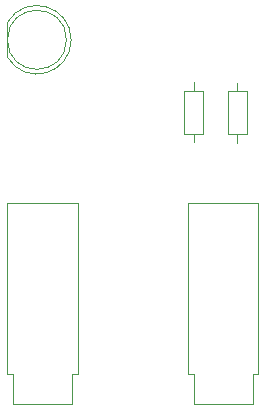
<source format=gbr>
G04 #@! TF.GenerationSoftware,KiCad,Pcbnew,(5.1.5-0-10_14)*
G04 #@! TF.CreationDate,2020-05-24T23:38:13-07:00*
G04 #@! TF.ProjectId,prost-pcb,70726f73-742d-4706-9362-2e6b69636164,0.1.0*
G04 #@! TF.SameCoordinates,Original*
G04 #@! TF.FileFunction,Other,Fab,Bot*
%FSLAX46Y46*%
G04 Gerber Fmt 4.6, Leading zero omitted, Abs format (unit mm)*
G04 Created by KiCad (PCBNEW (5.1.5-0-10_14)) date 2020-05-24 23:38:13*
%MOMM*%
%LPD*%
G04 APERTURE LIST*
%ADD10C,0.100000*%
G04 APERTURE END LIST*
D10*
X154900000Y-118500000D02*
X155400000Y-118500000D01*
X154900000Y-121000000D02*
X154900000Y-118500000D01*
X149900000Y-121000000D02*
X154900000Y-121000000D01*
X149900000Y-118500000D02*
X149900000Y-121000000D01*
X149400000Y-118500000D02*
X149900000Y-118500000D01*
X149400000Y-104000000D02*
X149400000Y-118500000D01*
X155400000Y-104000000D02*
X149400000Y-104000000D01*
X155400000Y-118500000D02*
X155400000Y-104000000D01*
X139600000Y-118500000D02*
X140100000Y-118500000D01*
X139600000Y-121000000D02*
X139600000Y-118500000D01*
X134600000Y-121000000D02*
X139600000Y-121000000D01*
X134600000Y-118500000D02*
X134600000Y-121000000D01*
X134100000Y-118500000D02*
X134600000Y-118500000D01*
X134100000Y-104000000D02*
X134100000Y-118500000D01*
X140100000Y-104000000D02*
X134100000Y-104000000D01*
X140100000Y-118500000D02*
X140100000Y-104000000D01*
X134140000Y-91669694D02*
X134140000Y-88730306D01*
X139140000Y-90200000D02*
G75*
G03X139140000Y-90200000I-2500000J0D01*
G01*
X134139984Y-88730334D02*
G75*
G02X134140000Y-91669694I2500016J-1469666D01*
G01*
X153600000Y-93820000D02*
X153600000Y-94560000D01*
X153600000Y-98900000D02*
X153600000Y-98160000D01*
X154400000Y-94560000D02*
X154400000Y-98160000D01*
X152800000Y-94560000D02*
X154400000Y-94560000D01*
X152800000Y-98160000D02*
X152800000Y-94560000D01*
X154400000Y-98160000D02*
X152800000Y-98160000D01*
X149900000Y-98880000D02*
X149900000Y-98140000D01*
X149900000Y-93800000D02*
X149900000Y-94540000D01*
X149100000Y-98140000D02*
X149100000Y-94540000D01*
X150700000Y-98140000D02*
X149100000Y-98140000D01*
X150700000Y-94540000D02*
X150700000Y-98140000D01*
X149100000Y-94540000D02*
X150700000Y-94540000D01*
M02*

</source>
